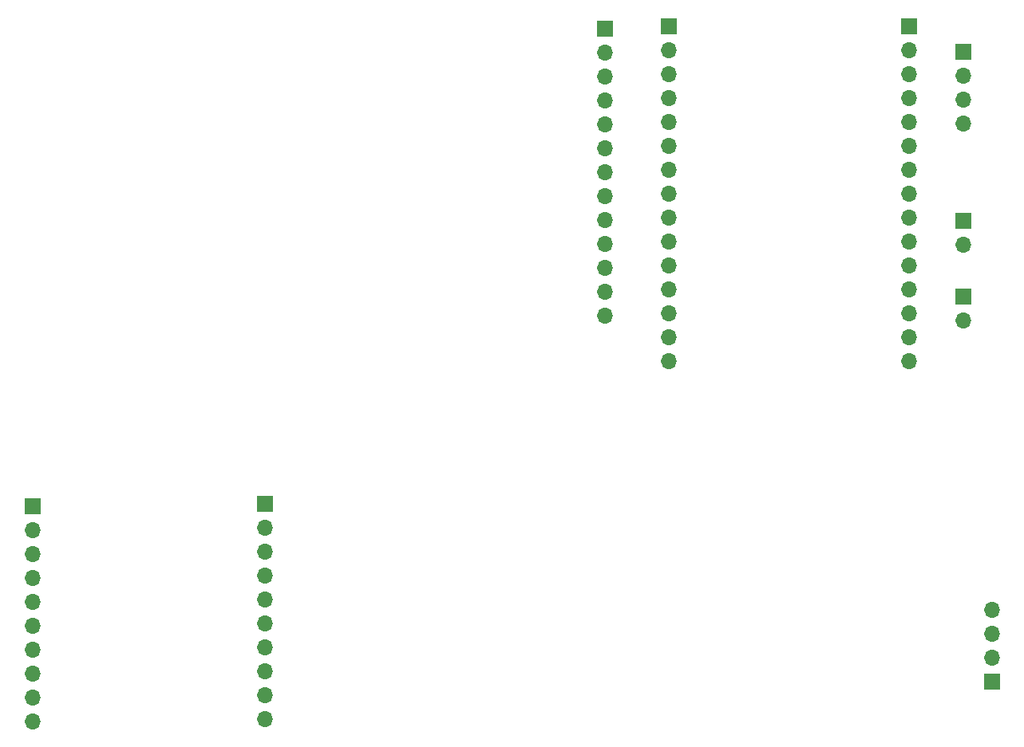
<source format=gbr>
%TF.GenerationSoftware,KiCad,Pcbnew,8.0.5*%
%TF.CreationDate,2025-02-22T12:03:58-08:00*%
%TF.ProjectId,eegw:ads1299,65656777-3a61-4647-9331-3239392e6b69,rev?*%
%TF.SameCoordinates,Original*%
%TF.FileFunction,Soldermask,Bot*%
%TF.FilePolarity,Negative*%
%FSLAX46Y46*%
G04 Gerber Fmt 4.6, Leading zero omitted, Abs format (unit mm)*
G04 Created by KiCad (PCBNEW 8.0.5) date 2025-02-22 12:03:58*
%MOMM*%
%LPD*%
G01*
G04 APERTURE LIST*
%ADD10R,1.700000X1.700000*%
%ADD11O,1.700000X1.700000*%
G04 APERTURE END LIST*
D10*
%TO.C,J1*%
X142687500Y-59262500D03*
D11*
X142687500Y-61802500D03*
X142687500Y-64342500D03*
X142687500Y-66882500D03*
X142687500Y-69422500D03*
X142687500Y-71962500D03*
X142687500Y-74502500D03*
X142687500Y-77042500D03*
X142687500Y-79582500D03*
X142687500Y-82122500D03*
X142687500Y-84662500D03*
X142687500Y-87202500D03*
X142687500Y-89742500D03*
%TD*%
D10*
%TO.C,J4*%
X180687500Y-61662500D03*
D11*
X180687500Y-64202500D03*
X180687500Y-66742500D03*
X180687500Y-69282500D03*
%TD*%
D10*
%TO.C,J2*%
X149462000Y-58952500D03*
D11*
X149462000Y-61492500D03*
X149462000Y-64032500D03*
X149462000Y-66572500D03*
X149462000Y-69112500D03*
X149462000Y-71652500D03*
X149462000Y-74192500D03*
X149462000Y-76732500D03*
X149462000Y-79272500D03*
X149462000Y-81812500D03*
X149462000Y-84352500D03*
X149462000Y-86892500D03*
X149462000Y-89432500D03*
X149462000Y-91972500D03*
X149462000Y-94512500D03*
%TD*%
D10*
%TO.C,J7*%
X81950000Y-109930000D03*
D11*
X81950000Y-112470000D03*
X81950000Y-115010000D03*
X81950000Y-117550000D03*
X81950000Y-120090000D03*
X81950000Y-122630000D03*
X81950000Y-125170000D03*
X81950000Y-127710000D03*
X81950000Y-130250000D03*
X81950000Y-132790000D03*
%TD*%
D10*
%TO.C,J3*%
X174950000Y-59012500D03*
D11*
X174950000Y-61552500D03*
X174950000Y-64092500D03*
X174950000Y-66632500D03*
X174950000Y-69172500D03*
X174950000Y-71712500D03*
X174950000Y-74252500D03*
X174950000Y-76792500D03*
X174950000Y-79332500D03*
X174950000Y-81872500D03*
X174950000Y-84412500D03*
X174950000Y-86952500D03*
X174950000Y-89492500D03*
X174950000Y-92032500D03*
X174950000Y-94572500D03*
%TD*%
D10*
%TO.C,J9*%
X183750000Y-128580000D03*
D11*
X183750000Y-126040000D03*
X183750000Y-123500000D03*
X183750000Y-120960000D03*
%TD*%
D10*
%TO.C,J5*%
X180687500Y-87662500D03*
D11*
X180687500Y-90202500D03*
%TD*%
D10*
%TO.C,J8*%
X106612500Y-109712500D03*
D11*
X106612500Y-112252500D03*
X106612500Y-114792500D03*
X106612500Y-117332500D03*
X106612500Y-119872500D03*
X106612500Y-122412500D03*
X106612500Y-124952500D03*
X106612500Y-127492500D03*
X106612500Y-130032500D03*
X106612500Y-132572500D03*
%TD*%
D10*
%TO.C,J6*%
X180687500Y-79662500D03*
D11*
X180687500Y-82202500D03*
%TD*%
M02*

</source>
